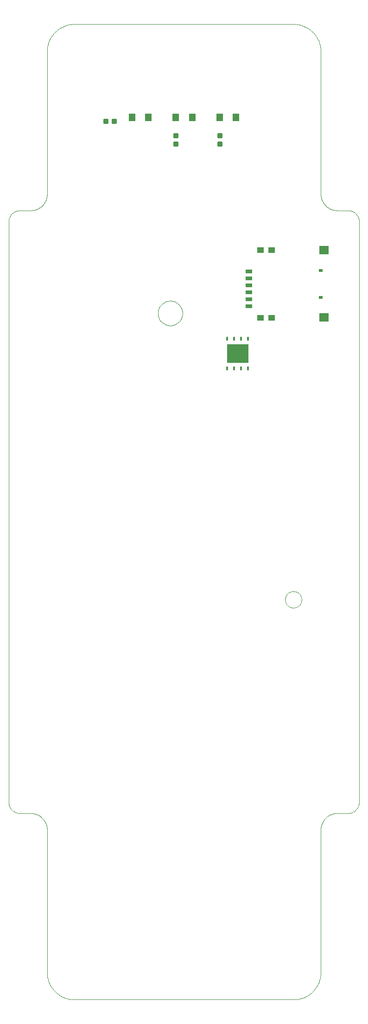
<source format=gbp>
G75*
%MOIN*%
%OFA0B0*%
%FSLAX24Y24*%
%IPPOS*%
%LPD*%
%AMOC8*
5,1,8,0,0,1.08239X$1,22.5*
%
%ADD10C,0.0000*%
%ADD11C,0.0088*%
%ADD12R,0.0472X0.0551*%
%ADD13R,0.0512X0.0394*%
%ADD14R,0.0453X0.0256*%
%ADD15R,0.0669X0.0630*%
%ADD16R,0.0315X0.0213*%
%ADD17R,0.0157X0.0276*%
%ADD18R,0.1535X0.1339*%
D10*
X012441Y018570D02*
X013229Y018570D01*
X013295Y018568D01*
X013361Y018563D01*
X013427Y018553D01*
X013492Y018540D01*
X013556Y018524D01*
X013619Y018504D01*
X013681Y018480D01*
X013741Y018453D01*
X013800Y018423D01*
X013857Y018389D01*
X013912Y018352D01*
X013965Y018312D01*
X014016Y018270D01*
X014064Y018224D01*
X014110Y018176D01*
X014152Y018125D01*
X014192Y018072D01*
X014229Y018017D01*
X014263Y017960D01*
X014293Y017901D01*
X014320Y017841D01*
X014344Y017779D01*
X014364Y017716D01*
X014380Y017652D01*
X014393Y017587D01*
X014403Y017521D01*
X014408Y017455D01*
X014410Y017389D01*
X014410Y007153D01*
X014409Y007153D02*
X014411Y007067D01*
X014416Y006981D01*
X014426Y006896D01*
X014439Y006811D01*
X014456Y006727D01*
X014476Y006643D01*
X014500Y006561D01*
X014528Y006480D01*
X014559Y006399D01*
X014593Y006321D01*
X014631Y006244D01*
X014673Y006169D01*
X014717Y006095D01*
X014765Y006024D01*
X014816Y005954D01*
X014870Y005887D01*
X014926Y005823D01*
X014986Y005761D01*
X015048Y005701D01*
X015112Y005645D01*
X015179Y005591D01*
X015249Y005540D01*
X015320Y005492D01*
X015393Y005448D01*
X015469Y005406D01*
X015546Y005368D01*
X015624Y005334D01*
X015705Y005303D01*
X015786Y005275D01*
X015868Y005251D01*
X015952Y005231D01*
X016036Y005214D01*
X016121Y005201D01*
X016206Y005191D01*
X016292Y005186D01*
X016378Y005184D01*
X016378Y005185D02*
X032126Y005185D01*
X032126Y005184D02*
X032212Y005186D01*
X032298Y005191D01*
X032383Y005201D01*
X032468Y005214D01*
X032552Y005231D01*
X032636Y005251D01*
X032718Y005275D01*
X032799Y005303D01*
X032880Y005334D01*
X032958Y005368D01*
X033035Y005406D01*
X033111Y005448D01*
X033184Y005492D01*
X033255Y005540D01*
X033325Y005591D01*
X033392Y005645D01*
X033456Y005701D01*
X033518Y005761D01*
X033578Y005823D01*
X033634Y005887D01*
X033688Y005954D01*
X033739Y006024D01*
X033787Y006095D01*
X033831Y006168D01*
X033873Y006244D01*
X033911Y006321D01*
X033945Y006399D01*
X033976Y006480D01*
X034004Y006561D01*
X034028Y006643D01*
X034048Y006727D01*
X034065Y006811D01*
X034078Y006896D01*
X034088Y006981D01*
X034093Y007067D01*
X034095Y007153D01*
X034095Y017389D01*
X034097Y017455D01*
X034102Y017521D01*
X034112Y017587D01*
X034125Y017652D01*
X034141Y017716D01*
X034161Y017779D01*
X034185Y017841D01*
X034212Y017901D01*
X034242Y017960D01*
X034276Y018017D01*
X034313Y018072D01*
X034353Y018125D01*
X034395Y018176D01*
X034441Y018224D01*
X034489Y018270D01*
X034540Y018312D01*
X034593Y018352D01*
X034648Y018389D01*
X034705Y018423D01*
X034764Y018453D01*
X034824Y018480D01*
X034886Y018504D01*
X034949Y018524D01*
X035013Y018540D01*
X035078Y018553D01*
X035144Y018563D01*
X035210Y018568D01*
X035276Y018570D01*
X036063Y018570D01*
X036063Y018571D02*
X036117Y018573D01*
X036170Y018578D01*
X036223Y018587D01*
X036275Y018600D01*
X036327Y018616D01*
X036377Y018636D01*
X036425Y018659D01*
X036472Y018686D01*
X036517Y018715D01*
X036560Y018748D01*
X036600Y018783D01*
X036638Y018821D01*
X036673Y018861D01*
X036706Y018904D01*
X036735Y018949D01*
X036762Y018996D01*
X036785Y019044D01*
X036805Y019094D01*
X036821Y019146D01*
X036834Y019198D01*
X036843Y019251D01*
X036848Y019304D01*
X036850Y019358D01*
X036851Y019358D02*
X036851Y061090D01*
X036850Y061090D02*
X036848Y061144D01*
X036843Y061197D01*
X036834Y061250D01*
X036821Y061302D01*
X036805Y061354D01*
X036785Y061404D01*
X036762Y061452D01*
X036735Y061499D01*
X036706Y061544D01*
X036673Y061587D01*
X036638Y061627D01*
X036600Y061665D01*
X036560Y061700D01*
X036517Y061733D01*
X036472Y061762D01*
X036425Y061789D01*
X036377Y061812D01*
X036327Y061832D01*
X036275Y061848D01*
X036223Y061861D01*
X036170Y061870D01*
X036117Y061875D01*
X036063Y061877D01*
X036063Y061878D02*
X035276Y061878D01*
X035210Y061880D01*
X035144Y061885D01*
X035078Y061895D01*
X035013Y061908D01*
X034949Y061924D01*
X034886Y061944D01*
X034824Y061968D01*
X034764Y061995D01*
X034705Y062025D01*
X034648Y062059D01*
X034593Y062096D01*
X034540Y062136D01*
X034489Y062178D01*
X034441Y062224D01*
X034395Y062272D01*
X034353Y062323D01*
X034313Y062376D01*
X034276Y062431D01*
X034242Y062488D01*
X034212Y062547D01*
X034185Y062607D01*
X034161Y062669D01*
X034141Y062732D01*
X034125Y062796D01*
X034112Y062861D01*
X034102Y062927D01*
X034097Y062993D01*
X034095Y063059D01*
X034095Y073295D01*
X034093Y073381D01*
X034088Y073467D01*
X034078Y073552D01*
X034065Y073637D01*
X034048Y073721D01*
X034028Y073805D01*
X034004Y073887D01*
X033976Y073968D01*
X033945Y074049D01*
X033911Y074127D01*
X033873Y074204D01*
X033831Y074280D01*
X033787Y074353D01*
X033739Y074424D01*
X033688Y074494D01*
X033634Y074561D01*
X033578Y074625D01*
X033518Y074687D01*
X033456Y074747D01*
X033392Y074803D01*
X033325Y074857D01*
X033255Y074908D01*
X033184Y074956D01*
X033111Y075000D01*
X033035Y075042D01*
X032958Y075080D01*
X032880Y075114D01*
X032799Y075145D01*
X032718Y075173D01*
X032636Y075197D01*
X032552Y075217D01*
X032468Y075234D01*
X032383Y075247D01*
X032298Y075257D01*
X032212Y075262D01*
X032126Y075264D01*
X032126Y075263D02*
X016378Y075263D01*
X016378Y075264D02*
X016292Y075262D01*
X016206Y075257D01*
X016121Y075247D01*
X016036Y075234D01*
X015952Y075217D01*
X015868Y075197D01*
X015786Y075173D01*
X015705Y075145D01*
X015624Y075114D01*
X015546Y075080D01*
X015469Y075042D01*
X015394Y075000D01*
X015320Y074956D01*
X015249Y074908D01*
X015179Y074857D01*
X015112Y074803D01*
X015048Y074747D01*
X014986Y074687D01*
X014926Y074625D01*
X014870Y074561D01*
X014816Y074494D01*
X014765Y074424D01*
X014717Y074353D01*
X014673Y074280D01*
X014631Y074204D01*
X014593Y074127D01*
X014559Y074049D01*
X014528Y073968D01*
X014500Y073887D01*
X014476Y073805D01*
X014456Y073721D01*
X014439Y073637D01*
X014426Y073552D01*
X014416Y073467D01*
X014411Y073381D01*
X014409Y073295D01*
X014410Y073295D02*
X014410Y063059D01*
X014408Y062993D01*
X014403Y062927D01*
X014393Y062861D01*
X014380Y062796D01*
X014364Y062732D01*
X014344Y062669D01*
X014320Y062607D01*
X014293Y062547D01*
X014263Y062488D01*
X014229Y062431D01*
X014192Y062376D01*
X014152Y062323D01*
X014110Y062272D01*
X014064Y062224D01*
X014016Y062178D01*
X013965Y062136D01*
X013912Y062096D01*
X013857Y062059D01*
X013800Y062025D01*
X013741Y061995D01*
X013681Y061968D01*
X013619Y061944D01*
X013556Y061924D01*
X013492Y061908D01*
X013427Y061895D01*
X013361Y061885D01*
X013295Y061880D01*
X013229Y061878D01*
X012441Y061878D01*
X012441Y061877D02*
X012387Y061875D01*
X012334Y061870D01*
X012281Y061861D01*
X012229Y061848D01*
X012177Y061832D01*
X012127Y061812D01*
X012079Y061789D01*
X012032Y061762D01*
X011987Y061733D01*
X011944Y061700D01*
X011904Y061665D01*
X011866Y061627D01*
X011831Y061587D01*
X011798Y061544D01*
X011769Y061499D01*
X011742Y061452D01*
X011719Y061404D01*
X011699Y061354D01*
X011683Y061302D01*
X011670Y061250D01*
X011661Y061197D01*
X011656Y061144D01*
X011654Y061090D01*
X011654Y019358D01*
X011656Y019304D01*
X011661Y019251D01*
X011670Y019198D01*
X011683Y019146D01*
X011699Y019094D01*
X011719Y019044D01*
X011742Y018996D01*
X011769Y018949D01*
X011798Y018904D01*
X011831Y018861D01*
X011866Y018821D01*
X011904Y018783D01*
X011944Y018748D01*
X011987Y018715D01*
X012032Y018686D01*
X012079Y018659D01*
X012127Y018636D01*
X012177Y018616D01*
X012229Y018600D01*
X012281Y018587D01*
X012334Y018578D01*
X012387Y018573D01*
X012441Y018571D01*
X031535Y033925D02*
X031537Y033973D01*
X031543Y034021D01*
X031553Y034068D01*
X031566Y034114D01*
X031584Y034159D01*
X031604Y034203D01*
X031629Y034245D01*
X031657Y034284D01*
X031687Y034321D01*
X031721Y034355D01*
X031758Y034387D01*
X031796Y034416D01*
X031837Y034441D01*
X031880Y034463D01*
X031925Y034481D01*
X031971Y034495D01*
X032018Y034506D01*
X032066Y034513D01*
X032114Y034516D01*
X032162Y034515D01*
X032210Y034510D01*
X032258Y034501D01*
X032304Y034489D01*
X032349Y034472D01*
X032393Y034452D01*
X032435Y034429D01*
X032475Y034402D01*
X032513Y034372D01*
X032548Y034339D01*
X032580Y034303D01*
X032610Y034265D01*
X032636Y034224D01*
X032658Y034181D01*
X032678Y034137D01*
X032693Y034092D01*
X032705Y034045D01*
X032713Y033997D01*
X032717Y033949D01*
X032717Y033901D01*
X032713Y033853D01*
X032705Y033805D01*
X032693Y033758D01*
X032678Y033713D01*
X032658Y033669D01*
X032636Y033626D01*
X032610Y033585D01*
X032580Y033547D01*
X032548Y033511D01*
X032513Y033478D01*
X032475Y033448D01*
X032435Y033421D01*
X032393Y033398D01*
X032349Y033378D01*
X032304Y033361D01*
X032258Y033349D01*
X032210Y033340D01*
X032162Y033335D01*
X032114Y033334D01*
X032066Y033337D01*
X032018Y033344D01*
X031971Y033355D01*
X031925Y033369D01*
X031880Y033387D01*
X031837Y033409D01*
X031796Y033434D01*
X031758Y033463D01*
X031721Y033495D01*
X031687Y033529D01*
X031657Y033566D01*
X031629Y033605D01*
X031604Y033647D01*
X031584Y033691D01*
X031566Y033736D01*
X031553Y033782D01*
X031543Y033829D01*
X031537Y033877D01*
X031535Y033925D01*
X022382Y054496D02*
X022384Y054555D01*
X022390Y054614D01*
X022400Y054672D01*
X022413Y054730D01*
X022431Y054787D01*
X022452Y054842D01*
X022477Y054896D01*
X022506Y054948D01*
X022538Y054997D01*
X022573Y055045D01*
X022611Y055090D01*
X022652Y055133D01*
X022696Y055173D01*
X022742Y055209D01*
X022791Y055243D01*
X022842Y055273D01*
X022895Y055300D01*
X022950Y055323D01*
X023005Y055342D01*
X023063Y055358D01*
X023121Y055370D01*
X023179Y055378D01*
X023238Y055382D01*
X023298Y055382D01*
X023357Y055378D01*
X023415Y055370D01*
X023473Y055358D01*
X023531Y055342D01*
X023586Y055323D01*
X023641Y055300D01*
X023694Y055273D01*
X023745Y055243D01*
X023794Y055209D01*
X023840Y055173D01*
X023884Y055133D01*
X023925Y055090D01*
X023963Y055045D01*
X023998Y054997D01*
X024030Y054948D01*
X024059Y054896D01*
X024084Y054842D01*
X024105Y054787D01*
X024123Y054730D01*
X024136Y054672D01*
X024146Y054614D01*
X024152Y054555D01*
X024154Y054496D01*
X024152Y054437D01*
X024146Y054378D01*
X024136Y054320D01*
X024123Y054262D01*
X024105Y054205D01*
X024084Y054150D01*
X024059Y054096D01*
X024030Y054044D01*
X023998Y053995D01*
X023963Y053947D01*
X023925Y053902D01*
X023884Y053859D01*
X023840Y053819D01*
X023794Y053783D01*
X023745Y053749D01*
X023694Y053719D01*
X023641Y053692D01*
X023586Y053669D01*
X023531Y053650D01*
X023473Y053634D01*
X023415Y053622D01*
X023357Y053614D01*
X023298Y053610D01*
X023238Y053610D01*
X023179Y053614D01*
X023121Y053622D01*
X023063Y053634D01*
X023005Y053650D01*
X022950Y053669D01*
X022895Y053692D01*
X022842Y053719D01*
X022791Y053749D01*
X022742Y053783D01*
X022696Y053819D01*
X022652Y053859D01*
X022611Y053902D01*
X022573Y053947D01*
X022538Y053995D01*
X022506Y054044D01*
X022477Y054096D01*
X022452Y054150D01*
X022431Y054205D01*
X022413Y054262D01*
X022400Y054320D01*
X022390Y054378D01*
X022384Y054437D01*
X022382Y054496D01*
D11*
X023793Y066525D02*
X023793Y066787D01*
X023793Y066525D02*
X023531Y066525D01*
X023531Y066787D01*
X023793Y066787D01*
X023793Y066612D02*
X023531Y066612D01*
X023531Y066699D02*
X023793Y066699D01*
X023793Y066786D02*
X023531Y066786D01*
X023793Y067125D02*
X023793Y067387D01*
X023793Y067125D02*
X023531Y067125D01*
X023531Y067387D01*
X023793Y067387D01*
X023793Y067212D02*
X023531Y067212D01*
X023531Y067299D02*
X023793Y067299D01*
X023793Y067386D02*
X023531Y067386D01*
X026942Y067387D02*
X026942Y067125D01*
X026680Y067125D01*
X026680Y067387D01*
X026942Y067387D01*
X026942Y067212D02*
X026680Y067212D01*
X026680Y067299D02*
X026942Y067299D01*
X026942Y067386D02*
X026680Y067386D01*
X026942Y066787D02*
X026942Y066525D01*
X026680Y066525D01*
X026680Y066787D01*
X026942Y066787D01*
X026942Y066612D02*
X026680Y066612D01*
X026680Y066699D02*
X026942Y066699D01*
X026942Y066786D02*
X026680Y066786D01*
X019368Y068164D02*
X019106Y068164D01*
X019106Y068426D01*
X019368Y068426D01*
X019368Y068164D01*
X019368Y068251D02*
X019106Y068251D01*
X019106Y068338D02*
X019368Y068338D01*
X019368Y068425D02*
X019106Y068425D01*
X018768Y068164D02*
X018506Y068164D01*
X018506Y068426D01*
X018768Y068426D01*
X018768Y068164D01*
X018768Y068251D02*
X018506Y068251D01*
X018506Y068338D02*
X018768Y068338D01*
X018768Y068425D02*
X018506Y068425D01*
D12*
X020512Y068570D03*
X021693Y068570D03*
X023662Y068570D03*
X024843Y068570D03*
X026811Y068570D03*
X027992Y068570D03*
D13*
X029764Y059043D03*
X030551Y059043D03*
X030551Y054173D03*
X029764Y054173D03*
D14*
X028910Y054990D03*
X028910Y055490D03*
X028910Y055990D03*
X028910Y056490D03*
X028910Y056990D03*
X028910Y057490D03*
D15*
X034315Y059019D03*
X034315Y054196D03*
D16*
X034087Y055637D03*
X034087Y057574D03*
D17*
X028860Y052665D03*
X028360Y052665D03*
X027860Y052665D03*
X027360Y052665D03*
X027360Y050539D03*
X027860Y050539D03*
X028360Y050539D03*
X028860Y050539D03*
D18*
X028110Y051602D03*
M02*

</source>
